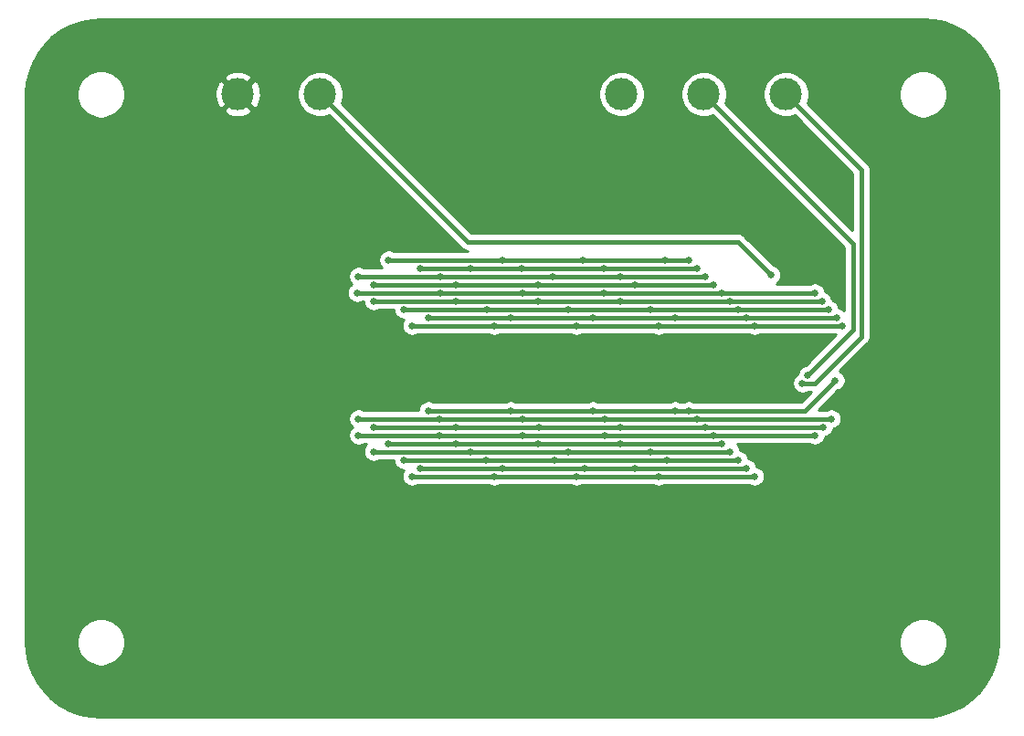
<source format=gbr>
%TF.GenerationSoftware,KiCad,Pcbnew,5.1.8+dfsg1-1+b1*%
%TF.CreationDate,2021-02-03T12:16:06-06:00*%
%TF.ProjectId,7seg-prototype,37736567-2d70-4726-9f74-6f747970652e,1.0.0*%
%TF.SameCoordinates,Original*%
%TF.FileFunction,Copper,L2,Bot*%
%TF.FilePolarity,Positive*%
%FSLAX46Y46*%
G04 Gerber Fmt 4.6, Leading zero omitted, Abs format (unit mm)*
G04 Created by KiCad (PCBNEW 5.1.8+dfsg1-1+b1) date 2021-02-03 12:16:06*
%MOMM*%
%LPD*%
G01*
G04 APERTURE LIST*
%TA.AperFunction,ComponentPad*%
%ADD10C,3.000000*%
%TD*%
%TA.AperFunction,ViaPad*%
%ADD11C,0.635000*%
%TD*%
%TA.AperFunction,Conductor*%
%ADD12C,0.381000*%
%TD*%
%TA.AperFunction,Conductor*%
%ADD13C,0.254000*%
%TD*%
%TA.AperFunction,Conductor*%
%ADD14C,0.100000*%
%TD*%
G04 APERTURE END LIST*
D10*
%TO.P,J5,1*%
%TO.N,Net-(J5-Pad1)*%
X127000000Y-63500000D03*
%TD*%
%TO.P,J4,1*%
%TO.N,Net-(J4-Pad1)*%
X119380000Y-63500000D03*
%TD*%
%TO.P,J3,1*%
%TO.N,Net-(J3-Pad1)*%
X111760000Y-63500000D03*
%TD*%
%TO.P,J2,1*%
%TO.N,+VDC*%
X83820000Y-63500000D03*
%TD*%
%TO.P,J1,1*%
%TO.N,GND*%
X76200000Y-63500000D03*
%TD*%
D11*
%TO.N,/SEG0*%
X116713000Y-92837000D03*
%TO.N,/SEG8*%
X115189000Y-98933000D03*
X107569000Y-98933000D03*
X99949000Y-98933000D03*
%TO.N,/SEG0*%
X109093000Y-92837000D03*
X101473000Y-92837000D03*
%TO.N,/SEG7*%
X116713000Y-84201000D03*
X109093000Y-84201000D03*
%TO.N,/SEG8*%
X115189000Y-84963000D03*
X107569000Y-84963000D03*
X99949000Y-84963000D03*
%TO.N,+VDC*%
X125603000Y-80264000D03*
%TO.N,/SEG4*%
X87249000Y-81915000D03*
X94996000Y-81915000D03*
X110109000Y-81915000D03*
X102616000Y-81915000D03*
X90170000Y-95885000D03*
X104013000Y-95885000D03*
X96393000Y-95885000D03*
X111633000Y-95885000D03*
X121031000Y-95885000D03*
X121031000Y-81915000D03*
X129667000Y-81915000D03*
%TO.N,/SEG5*%
X88773000Y-82677000D03*
X96393000Y-82677000D03*
X111633000Y-82677000D03*
X104013000Y-82677000D03*
X106807000Y-96647000D03*
X114427000Y-96647000D03*
X97790000Y-96647000D03*
X88773000Y-96647000D03*
X121793000Y-96647000D03*
X121793000Y-82677000D03*
X130314700Y-82677000D03*
%TO.N,/SEG6*%
X91567000Y-83439000D03*
X99314000Y-83439000D03*
X106807000Y-83439000D03*
X114427000Y-83439000D03*
X91567000Y-97409000D03*
X99187000Y-97409000D03*
X105537000Y-97409000D03*
X115951000Y-97409000D03*
X122555000Y-97409000D03*
X122555000Y-83439000D03*
X130937000Y-83439000D03*
%TO.N,/SEG7*%
X93853000Y-84201000D03*
X101473000Y-84201000D03*
X93091000Y-98171000D03*
X113030000Y-98171000D03*
X108331000Y-98171000D03*
X123317000Y-98171000D03*
X123317000Y-84201000D03*
X131699000Y-84201000D03*
X100711000Y-98171000D03*
%TO.N,/SEG8*%
X92329000Y-84963000D03*
X92329000Y-98933000D03*
X124079000Y-98933000D03*
X124079000Y-84963000D03*
X132207000Y-84963000D03*
%TO.N,/SEG0*%
X90170000Y-78867000D03*
X100711000Y-78867000D03*
X115824000Y-78867000D03*
X108204000Y-78867000D03*
X93853000Y-92837000D03*
X117983000Y-78867000D03*
X117983000Y-92837000D03*
X131572000Y-90043000D03*
%TO.N,/SEG1*%
X93091000Y-79629000D03*
X97790000Y-79629000D03*
X110109000Y-79629000D03*
X102489000Y-79629000D03*
X87376000Y-93599000D03*
X94869000Y-93599000D03*
X102616000Y-93599000D03*
X110236000Y-93599000D03*
X118745000Y-93599000D03*
X118745000Y-79629000D03*
X131191000Y-93599000D03*
%TO.N,/SEG2*%
X87376000Y-80391000D03*
X94996000Y-80391000D03*
X111633000Y-80391000D03*
X105410000Y-80391000D03*
X88773000Y-94361000D03*
X96393000Y-94361000D03*
X104140000Y-94361000D03*
X111633000Y-94361000D03*
X119507000Y-94361000D03*
X119507000Y-80391000D03*
X130429000Y-94361000D03*
%TO.N,/SEG3*%
X88773000Y-81153000D03*
X96393000Y-81153000D03*
X113030000Y-81153000D03*
X104013000Y-81153000D03*
X102616000Y-95123000D03*
X87376000Y-95123000D03*
X94869000Y-95123000D03*
X110236000Y-95123000D03*
X120269000Y-95123000D03*
X120269000Y-81153000D03*
X129667000Y-95123000D03*
%TO.N,Net-(J4-Pad1)*%
X129032000Y-89535000D03*
%TO.N,Net-(J5-Pad1)*%
X128524000Y-90297000D03*
%TD*%
D12*
%TO.N,+VDC*%
X122555000Y-77216000D02*
X125603000Y-80264000D01*
X97536000Y-77216000D02*
X122555000Y-77216000D01*
X83820000Y-63500000D02*
X97536000Y-77216000D01*
%TO.N,/SEG4*%
X94996000Y-81915000D02*
X87249000Y-81915000D01*
X102616000Y-81915000D02*
X94996000Y-81915000D01*
X110109000Y-81915000D02*
X102616000Y-81915000D01*
X96393000Y-95885000D02*
X90170000Y-95885000D01*
X104013000Y-95885000D02*
X96393000Y-95885000D01*
X111633000Y-95885000D02*
X104013000Y-95885000D01*
X116840000Y-81915000D02*
X110109000Y-81915000D01*
X111633000Y-95885000D02*
X121031000Y-95885000D01*
X121031000Y-81915000D02*
X116840000Y-81915000D01*
X129667000Y-81915000D02*
X121031000Y-81915000D01*
%TO.N,/SEG5*%
X88773000Y-82677000D02*
X96393000Y-82677000D01*
X96393000Y-82677000D02*
X104013000Y-82677000D01*
X106807000Y-96647000D02*
X114427000Y-96647000D01*
X97790000Y-96647000D02*
X106807000Y-96647000D01*
X88773000Y-96647000D02*
X97790000Y-96647000D01*
X114427000Y-96647000D02*
X116459000Y-96647000D01*
X116459000Y-96647000D02*
X116840000Y-96647000D01*
X116840000Y-96647000D02*
X121793000Y-96647000D01*
X121793000Y-82677000D02*
X111379000Y-82677000D01*
X111379000Y-82677000D02*
X111633000Y-82677000D01*
X104013000Y-82677000D02*
X111379000Y-82677000D01*
X121793000Y-82677000D02*
X130314700Y-82677000D01*
%TO.N,/SEG6*%
X99314000Y-83439000D02*
X91567000Y-83439000D01*
X106807000Y-83439000D02*
X99314000Y-83439000D01*
X114427000Y-83439000D02*
X106807000Y-83439000D01*
X99187000Y-97409000D02*
X91567000Y-97409000D01*
X105537000Y-97409000D02*
X99187000Y-97409000D01*
X115951000Y-97409000D02*
X105537000Y-97409000D01*
X116840000Y-97409000D02*
X115951000Y-97409000D01*
X116840000Y-97409000D02*
X122555000Y-97409000D01*
X122555000Y-83439000D02*
X114427000Y-83439000D01*
X130937000Y-83439000D02*
X122555000Y-83439000D01*
%TO.N,/SEG7*%
X101473000Y-84201000D02*
X116840000Y-84201000D01*
X93853000Y-84201000D02*
X101473000Y-84201000D01*
X113030000Y-98171000D02*
X116840000Y-98171000D01*
X108331000Y-98171000D02*
X113030000Y-98171000D01*
X116840000Y-98171000D02*
X123317000Y-98171000D01*
X123317000Y-84201000D02*
X116713000Y-84201000D01*
X123317000Y-84201000D02*
X131699000Y-84201000D01*
X100711000Y-98171000D02*
X108331000Y-98171000D01*
X93091000Y-98171000D02*
X100711000Y-98171000D01*
%TO.N,/SEG8*%
X116205000Y-98933000D02*
X92329000Y-98933000D01*
X116840000Y-98933000D02*
X116205000Y-98933000D01*
X116840000Y-98933000D02*
X124079000Y-98933000D01*
X124079000Y-84963000D02*
X115189000Y-84963000D01*
X115189000Y-84963000D02*
X92329000Y-84963000D01*
X132207000Y-84963000D02*
X124079000Y-84963000D01*
%TO.N,/SEG0*%
X100711000Y-78867000D02*
X90170000Y-78867000D01*
X108204000Y-78867000D02*
X100711000Y-78867000D01*
X115824000Y-78867000D02*
X108204000Y-78867000D01*
X116840000Y-92837000D02*
X93853000Y-92837000D01*
X116840000Y-78867000D02*
X115824000Y-78867000D01*
X116840000Y-78867000D02*
X117983000Y-78867000D01*
X116840000Y-92837000D02*
X117983000Y-92837000D01*
X128778000Y-92837000D02*
X131572000Y-90043000D01*
X117983000Y-92837000D02*
X128778000Y-92837000D01*
%TO.N,/SEG1*%
X93091000Y-79629000D02*
X97790000Y-79629000D01*
X110109000Y-79629000D02*
X116840000Y-79629000D01*
X102489000Y-79629000D02*
X110109000Y-79629000D01*
X97790000Y-79629000D02*
X102489000Y-79629000D01*
X87376000Y-93599000D02*
X94869000Y-93599000D01*
X94869000Y-93599000D02*
X102616000Y-93599000D01*
X102616000Y-93599000D02*
X110236000Y-93599000D01*
X115443000Y-93599000D02*
X116815618Y-93599000D01*
X110236000Y-93599000D02*
X115443000Y-93599000D01*
X115443000Y-93599000D02*
X116840000Y-93599000D01*
X116840000Y-93599000D02*
X118745000Y-93599000D01*
X118745000Y-79629000D02*
X116840000Y-79629000D01*
X131191000Y-93599000D02*
X118745000Y-93599000D01*
%TO.N,/SEG2*%
X94996000Y-80391000D02*
X87376000Y-80391000D01*
X105410000Y-80391000D02*
X94996000Y-80391000D01*
X111633000Y-80391000D02*
X105410000Y-80391000D01*
X96393000Y-94361000D02*
X88773000Y-94361000D01*
X104140000Y-94361000D02*
X96393000Y-94361000D01*
X111633000Y-94361000D02*
X104140000Y-94361000D01*
X116840000Y-94361000D02*
X115316000Y-94361000D01*
X115316000Y-94361000D02*
X111633000Y-94361000D01*
X116840000Y-94361000D02*
X119507000Y-94361000D01*
X119507000Y-80391000D02*
X111633000Y-80391000D01*
X130429000Y-94361000D02*
X119507000Y-94361000D01*
%TO.N,/SEG3*%
X88773000Y-81153000D02*
X96393000Y-81153000D01*
X113030000Y-81153000D02*
X116840000Y-81153000D01*
X104013000Y-81153000D02*
X113030000Y-81153000D01*
X96393000Y-81153000D02*
X104013000Y-81153000D01*
X94869000Y-95123000D02*
X102616000Y-95123000D01*
X87376000Y-95123000D02*
X94869000Y-95123000D01*
X110236000Y-95123000D02*
X116840000Y-95123000D01*
X102616000Y-95123000D02*
X110236000Y-95123000D01*
X116840000Y-95123000D02*
X117196618Y-95123000D01*
X117196618Y-95123000D02*
X120269000Y-95123000D01*
X120269000Y-81153000D02*
X116840000Y-81153000D01*
X129667000Y-95123000D02*
X120269000Y-95123000D01*
%TO.N,Net-(J4-Pad1)*%
X119380000Y-63500000D02*
X133223000Y-77343000D01*
X129032000Y-89535000D02*
X133223000Y-85344000D01*
X133223000Y-77343000D02*
X133223000Y-85344000D01*
%TO.N,Net-(J5-Pad1)*%
X133985000Y-85979000D02*
X133985000Y-70485000D01*
X129667000Y-90297000D02*
X133985000Y-85979000D01*
X133985000Y-70485000D02*
X127000000Y-63500000D01*
X128524000Y-90297000D02*
X129667000Y-90297000D01*
%TD*%
D13*
%TO.N,GND*%
X140704470Y-56614617D02*
X141687898Y-56831739D01*
X142629675Y-57188546D01*
X143510095Y-57677575D01*
X144310687Y-58288569D01*
X145014694Y-59008732D01*
X145607370Y-59822987D01*
X146076296Y-60714269D01*
X146411647Y-61663900D01*
X146607127Y-62655692D01*
X146660000Y-63520164D01*
X146660001Y-114276080D01*
X146585382Y-115304470D01*
X146368262Y-116287896D01*
X146011454Y-117229675D01*
X145522424Y-118110095D01*
X144911435Y-118910684D01*
X144191268Y-119614694D01*
X143377013Y-120207370D01*
X142485731Y-120676296D01*
X141536099Y-121011647D01*
X140544309Y-121207127D01*
X139679835Y-121260000D01*
X63523906Y-121260000D01*
X62495530Y-121185382D01*
X61512104Y-120968262D01*
X60570325Y-120611454D01*
X59689905Y-120122424D01*
X58889316Y-119511435D01*
X58185306Y-118791268D01*
X57592630Y-117977013D01*
X57123704Y-117085731D01*
X56788353Y-116136099D01*
X56592873Y-115144309D01*
X56540000Y-114279835D01*
X56540000Y-114079872D01*
X61265000Y-114079872D01*
X61265000Y-114520128D01*
X61350890Y-114951925D01*
X61519369Y-115358669D01*
X61763962Y-115724729D01*
X62075271Y-116036038D01*
X62441331Y-116280631D01*
X62848075Y-116449110D01*
X63279872Y-116535000D01*
X63720128Y-116535000D01*
X64151925Y-116449110D01*
X64558669Y-116280631D01*
X64924729Y-116036038D01*
X65236038Y-115724729D01*
X65480631Y-115358669D01*
X65649110Y-114951925D01*
X65735000Y-114520128D01*
X65735000Y-114079872D01*
X137465000Y-114079872D01*
X137465000Y-114520128D01*
X137550890Y-114951925D01*
X137719369Y-115358669D01*
X137963962Y-115724729D01*
X138275271Y-116036038D01*
X138641331Y-116280631D01*
X139048075Y-116449110D01*
X139479872Y-116535000D01*
X139920128Y-116535000D01*
X140351925Y-116449110D01*
X140758669Y-116280631D01*
X141124729Y-116036038D01*
X141436038Y-115724729D01*
X141680631Y-115358669D01*
X141849110Y-114951925D01*
X141935000Y-114520128D01*
X141935000Y-114079872D01*
X141849110Y-113648075D01*
X141680631Y-113241331D01*
X141436038Y-112875271D01*
X141124729Y-112563962D01*
X140758669Y-112319369D01*
X140351925Y-112150890D01*
X139920128Y-112065000D01*
X139479872Y-112065000D01*
X139048075Y-112150890D01*
X138641331Y-112319369D01*
X138275271Y-112563962D01*
X137963962Y-112875271D01*
X137719369Y-113241331D01*
X137550890Y-113648075D01*
X137465000Y-114079872D01*
X65735000Y-114079872D01*
X65649110Y-113648075D01*
X65480631Y-113241331D01*
X65236038Y-112875271D01*
X64924729Y-112563962D01*
X64558669Y-112319369D01*
X64151925Y-112150890D01*
X63720128Y-112065000D01*
X63279872Y-112065000D01*
X62848075Y-112150890D01*
X62441331Y-112319369D01*
X62075271Y-112563962D01*
X61763962Y-112875271D01*
X61519369Y-113241331D01*
X61350890Y-113648075D01*
X61265000Y-114079872D01*
X56540000Y-114079872D01*
X56540000Y-63523920D01*
X56557707Y-63279872D01*
X61265000Y-63279872D01*
X61265000Y-63720128D01*
X61350890Y-64151925D01*
X61519369Y-64558669D01*
X61763962Y-64924729D01*
X62075271Y-65236038D01*
X62441331Y-65480631D01*
X62848075Y-65649110D01*
X63279872Y-65735000D01*
X63720128Y-65735000D01*
X64151925Y-65649110D01*
X64558669Y-65480631D01*
X64924729Y-65236038D01*
X65169114Y-64991653D01*
X74887952Y-64991653D01*
X75043962Y-65307214D01*
X75418745Y-65498020D01*
X75823551Y-65612044D01*
X76242824Y-65644902D01*
X76660451Y-65595334D01*
X77060383Y-65465243D01*
X77356038Y-65307214D01*
X77512048Y-64991653D01*
X76200000Y-63679605D01*
X74887952Y-64991653D01*
X65169114Y-64991653D01*
X65236038Y-64924729D01*
X65480631Y-64558669D01*
X65649110Y-64151925D01*
X65735000Y-63720128D01*
X65735000Y-63542824D01*
X74055098Y-63542824D01*
X74104666Y-63960451D01*
X74234757Y-64360383D01*
X74392786Y-64656038D01*
X74708347Y-64812048D01*
X76020395Y-63500000D01*
X76379605Y-63500000D01*
X77691653Y-64812048D01*
X78007214Y-64656038D01*
X78198020Y-64281255D01*
X78312044Y-63876449D01*
X78344902Y-63457176D01*
X78325027Y-63289721D01*
X81685000Y-63289721D01*
X81685000Y-63710279D01*
X81767047Y-64122756D01*
X81927988Y-64511302D01*
X82161637Y-64860983D01*
X82459017Y-65158363D01*
X82808698Y-65392012D01*
X83197244Y-65552953D01*
X83609721Y-65635000D01*
X84030279Y-65635000D01*
X84442756Y-65552953D01*
X84628559Y-65475991D01*
X96923607Y-77771040D01*
X96949459Y-77802541D01*
X97013596Y-77855177D01*
X97075157Y-77905699D01*
X97091623Y-77914500D01*
X97218566Y-77982353D01*
X97374174Y-78029556D01*
X97495447Y-78041500D01*
X90649007Y-78041500D01*
X90621178Y-78022905D01*
X90447834Y-77951104D01*
X90263813Y-77914500D01*
X90076187Y-77914500D01*
X89892166Y-77951104D01*
X89718822Y-78022905D01*
X89562816Y-78127145D01*
X89430145Y-78259816D01*
X89325905Y-78415822D01*
X89254104Y-78589166D01*
X89217500Y-78773187D01*
X89217500Y-78960813D01*
X89254104Y-79144834D01*
X89325905Y-79318178D01*
X89430145Y-79474184D01*
X89521461Y-79565500D01*
X87855007Y-79565500D01*
X87827178Y-79546905D01*
X87653834Y-79475104D01*
X87469813Y-79438500D01*
X87282187Y-79438500D01*
X87098166Y-79475104D01*
X86924822Y-79546905D01*
X86768816Y-79651145D01*
X86636145Y-79783816D01*
X86531905Y-79939822D01*
X86460104Y-80113166D01*
X86423500Y-80297187D01*
X86423500Y-80484813D01*
X86460104Y-80668834D01*
X86531905Y-80842178D01*
X86636145Y-80998184D01*
X86744497Y-81106536D01*
X86641816Y-81175145D01*
X86509145Y-81307816D01*
X86404905Y-81463822D01*
X86333104Y-81637166D01*
X86296500Y-81821187D01*
X86296500Y-82008813D01*
X86333104Y-82192834D01*
X86404905Y-82366178D01*
X86509145Y-82522184D01*
X86641816Y-82654855D01*
X86797822Y-82759095D01*
X86971166Y-82830896D01*
X87155187Y-82867500D01*
X87342813Y-82867500D01*
X87526834Y-82830896D01*
X87700178Y-82759095D01*
X87728007Y-82740500D01*
X87820500Y-82740500D01*
X87820500Y-82770813D01*
X87857104Y-82954834D01*
X87928905Y-83128178D01*
X88033145Y-83284184D01*
X88165816Y-83416855D01*
X88321822Y-83521095D01*
X88495166Y-83592896D01*
X88679187Y-83629500D01*
X88866813Y-83629500D01*
X89050834Y-83592896D01*
X89224178Y-83521095D01*
X89252007Y-83502500D01*
X90614500Y-83502500D01*
X90614500Y-83532813D01*
X90651104Y-83716834D01*
X90722905Y-83890178D01*
X90827145Y-84046184D01*
X90959816Y-84178855D01*
X91115822Y-84283095D01*
X91289166Y-84354896D01*
X91473187Y-84391500D01*
X91565302Y-84391500D01*
X91484905Y-84511822D01*
X91413104Y-84685166D01*
X91376500Y-84869187D01*
X91376500Y-85056813D01*
X91413104Y-85240834D01*
X91484905Y-85414178D01*
X91589145Y-85570184D01*
X91721816Y-85702855D01*
X91877822Y-85807095D01*
X92051166Y-85878896D01*
X92235187Y-85915500D01*
X92422813Y-85915500D01*
X92606834Y-85878896D01*
X92780178Y-85807095D01*
X92808007Y-85788500D01*
X99469993Y-85788500D01*
X99497822Y-85807095D01*
X99671166Y-85878896D01*
X99855187Y-85915500D01*
X100042813Y-85915500D01*
X100226834Y-85878896D01*
X100400178Y-85807095D01*
X100428007Y-85788500D01*
X107089993Y-85788500D01*
X107117822Y-85807095D01*
X107291166Y-85878896D01*
X107475187Y-85915500D01*
X107662813Y-85915500D01*
X107846834Y-85878896D01*
X108020178Y-85807095D01*
X108048007Y-85788500D01*
X114709993Y-85788500D01*
X114737822Y-85807095D01*
X114911166Y-85878896D01*
X115095187Y-85915500D01*
X115282813Y-85915500D01*
X115466834Y-85878896D01*
X115640178Y-85807095D01*
X115668007Y-85788500D01*
X123599993Y-85788500D01*
X123627822Y-85807095D01*
X123801166Y-85878896D01*
X123985187Y-85915500D01*
X124172813Y-85915500D01*
X124356834Y-85878896D01*
X124530178Y-85807095D01*
X124558007Y-85788500D01*
X131611067Y-85788500D01*
X128786994Y-88612574D01*
X128754166Y-88619104D01*
X128580822Y-88690905D01*
X128424816Y-88795145D01*
X128292145Y-88927816D01*
X128187905Y-89083822D01*
X128116104Y-89257166D01*
X128079500Y-89441187D01*
X128079500Y-89450139D01*
X128072822Y-89452905D01*
X127916816Y-89557145D01*
X127784145Y-89689816D01*
X127679905Y-89845822D01*
X127608104Y-90019166D01*
X127571500Y-90203187D01*
X127571500Y-90390813D01*
X127608104Y-90574834D01*
X127679905Y-90748178D01*
X127784145Y-90904184D01*
X127916816Y-91036855D01*
X128072822Y-91141095D01*
X128246166Y-91212896D01*
X128430187Y-91249500D01*
X128617813Y-91249500D01*
X128801834Y-91212896D01*
X128975178Y-91141095D01*
X129003007Y-91122500D01*
X129325067Y-91122500D01*
X128436068Y-92011500D01*
X118462007Y-92011500D01*
X118434178Y-91992905D01*
X118260834Y-91921104D01*
X118076813Y-91884500D01*
X117889187Y-91884500D01*
X117705166Y-91921104D01*
X117531822Y-91992905D01*
X117503993Y-92011500D01*
X117192007Y-92011500D01*
X117164178Y-91992905D01*
X116990834Y-91921104D01*
X116806813Y-91884500D01*
X116619187Y-91884500D01*
X116435166Y-91921104D01*
X116261822Y-91992905D01*
X116233993Y-92011500D01*
X109572007Y-92011500D01*
X109544178Y-91992905D01*
X109370834Y-91921104D01*
X109186813Y-91884500D01*
X108999187Y-91884500D01*
X108815166Y-91921104D01*
X108641822Y-91992905D01*
X108613993Y-92011500D01*
X101952007Y-92011500D01*
X101924178Y-91992905D01*
X101750834Y-91921104D01*
X101566813Y-91884500D01*
X101379187Y-91884500D01*
X101195166Y-91921104D01*
X101021822Y-91992905D01*
X100993993Y-92011500D01*
X94332007Y-92011500D01*
X94304178Y-91992905D01*
X94130834Y-91921104D01*
X93946813Y-91884500D01*
X93759187Y-91884500D01*
X93575166Y-91921104D01*
X93401822Y-91992905D01*
X93245816Y-92097145D01*
X93113145Y-92229816D01*
X93008905Y-92385822D01*
X92937104Y-92559166D01*
X92900500Y-92743187D01*
X92900500Y-92773500D01*
X87855007Y-92773500D01*
X87827178Y-92754905D01*
X87653834Y-92683104D01*
X87469813Y-92646500D01*
X87282187Y-92646500D01*
X87098166Y-92683104D01*
X86924822Y-92754905D01*
X86768816Y-92859145D01*
X86636145Y-92991816D01*
X86531905Y-93147822D01*
X86460104Y-93321166D01*
X86423500Y-93505187D01*
X86423500Y-93692813D01*
X86460104Y-93876834D01*
X86531905Y-94050178D01*
X86636145Y-94206184D01*
X86768816Y-94338855D01*
X86801958Y-94361000D01*
X86768816Y-94383145D01*
X86636145Y-94515816D01*
X86531905Y-94671822D01*
X86460104Y-94845166D01*
X86423500Y-95029187D01*
X86423500Y-95216813D01*
X86460104Y-95400834D01*
X86531905Y-95574178D01*
X86636145Y-95730184D01*
X86768816Y-95862855D01*
X86924822Y-95967095D01*
X87098166Y-96038896D01*
X87282187Y-96075500D01*
X87469813Y-96075500D01*
X87653834Y-96038896D01*
X87827178Y-95967095D01*
X87855007Y-95948500D01*
X88124461Y-95948500D01*
X88033145Y-96039816D01*
X87928905Y-96195822D01*
X87857104Y-96369166D01*
X87820500Y-96553187D01*
X87820500Y-96740813D01*
X87857104Y-96924834D01*
X87928905Y-97098178D01*
X88033145Y-97254184D01*
X88165816Y-97386855D01*
X88321822Y-97491095D01*
X88495166Y-97562896D01*
X88679187Y-97599500D01*
X88866813Y-97599500D01*
X89050834Y-97562896D01*
X89224178Y-97491095D01*
X89252007Y-97472500D01*
X90614500Y-97472500D01*
X90614500Y-97502813D01*
X90651104Y-97686834D01*
X90722905Y-97860178D01*
X90827145Y-98016184D01*
X90959816Y-98148855D01*
X91115822Y-98253095D01*
X91289166Y-98324896D01*
X91473187Y-98361500D01*
X91565302Y-98361500D01*
X91484905Y-98481822D01*
X91413104Y-98655166D01*
X91376500Y-98839187D01*
X91376500Y-99026813D01*
X91413104Y-99210834D01*
X91484905Y-99384178D01*
X91589145Y-99540184D01*
X91721816Y-99672855D01*
X91877822Y-99777095D01*
X92051166Y-99848896D01*
X92235187Y-99885500D01*
X92422813Y-99885500D01*
X92606834Y-99848896D01*
X92780178Y-99777095D01*
X92808007Y-99758500D01*
X99469993Y-99758500D01*
X99497822Y-99777095D01*
X99671166Y-99848896D01*
X99855187Y-99885500D01*
X100042813Y-99885500D01*
X100226834Y-99848896D01*
X100400178Y-99777095D01*
X100428007Y-99758500D01*
X107089993Y-99758500D01*
X107117822Y-99777095D01*
X107291166Y-99848896D01*
X107475187Y-99885500D01*
X107662813Y-99885500D01*
X107846834Y-99848896D01*
X108020178Y-99777095D01*
X108048007Y-99758500D01*
X114709993Y-99758500D01*
X114737822Y-99777095D01*
X114911166Y-99848896D01*
X115095187Y-99885500D01*
X115282813Y-99885500D01*
X115466834Y-99848896D01*
X115640178Y-99777095D01*
X115668007Y-99758500D01*
X123599993Y-99758500D01*
X123627822Y-99777095D01*
X123801166Y-99848896D01*
X123985187Y-99885500D01*
X124172813Y-99885500D01*
X124356834Y-99848896D01*
X124530178Y-99777095D01*
X124686184Y-99672855D01*
X124818855Y-99540184D01*
X124923095Y-99384178D01*
X124994896Y-99210834D01*
X125031500Y-99026813D01*
X125031500Y-98839187D01*
X124994896Y-98655166D01*
X124923095Y-98481822D01*
X124818855Y-98325816D01*
X124686184Y-98193145D01*
X124530178Y-98088905D01*
X124356834Y-98017104D01*
X124253459Y-97996541D01*
X124232896Y-97893166D01*
X124161095Y-97719822D01*
X124056855Y-97563816D01*
X123924184Y-97431145D01*
X123768178Y-97326905D01*
X123594834Y-97255104D01*
X123491459Y-97234541D01*
X123470896Y-97131166D01*
X123399095Y-96957822D01*
X123294855Y-96801816D01*
X123162184Y-96669145D01*
X123006178Y-96564905D01*
X122832834Y-96493104D01*
X122729459Y-96472541D01*
X122708896Y-96369166D01*
X122637095Y-96195822D01*
X122532855Y-96039816D01*
X122441539Y-95948500D01*
X129187993Y-95948500D01*
X129215822Y-95967095D01*
X129389166Y-96038896D01*
X129573187Y-96075500D01*
X129760813Y-96075500D01*
X129944834Y-96038896D01*
X130118178Y-95967095D01*
X130274184Y-95862855D01*
X130406855Y-95730184D01*
X130511095Y-95574178D01*
X130582896Y-95400834D01*
X130603459Y-95297459D01*
X130706834Y-95276896D01*
X130880178Y-95205095D01*
X131036184Y-95100855D01*
X131168855Y-94968184D01*
X131273095Y-94812178D01*
X131344896Y-94638834D01*
X131365459Y-94535459D01*
X131468834Y-94514896D01*
X131642178Y-94443095D01*
X131798184Y-94338855D01*
X131930855Y-94206184D01*
X132035095Y-94050178D01*
X132106896Y-93876834D01*
X132143500Y-93692813D01*
X132143500Y-93505187D01*
X132106896Y-93321166D01*
X132035095Y-93147822D01*
X131930855Y-92991816D01*
X131798184Y-92859145D01*
X131642178Y-92754905D01*
X131468834Y-92683104D01*
X131284813Y-92646500D01*
X131097187Y-92646500D01*
X130913166Y-92683104D01*
X130739822Y-92754905D01*
X130711993Y-92773500D01*
X130008932Y-92773500D01*
X131817008Y-90965425D01*
X131849834Y-90958896D01*
X132023178Y-90887095D01*
X132179184Y-90782855D01*
X132311855Y-90650184D01*
X132416095Y-90494178D01*
X132487896Y-90320834D01*
X132524500Y-90136813D01*
X132524500Y-89949187D01*
X132487896Y-89765166D01*
X132416095Y-89591822D01*
X132311855Y-89435816D01*
X132179184Y-89303145D01*
X132023178Y-89198905D01*
X131959078Y-89172354D01*
X134540041Y-86591392D01*
X134571541Y-86565541D01*
X134624177Y-86501404D01*
X134674699Y-86439843D01*
X134751353Y-86296434D01*
X134788646Y-86173494D01*
X134798556Y-86140826D01*
X134810500Y-86019553D01*
X134810500Y-86019551D01*
X134814494Y-85979001D01*
X134810500Y-85938450D01*
X134810500Y-70525550D01*
X134814494Y-70485000D01*
X134810500Y-70444447D01*
X134798556Y-70323174D01*
X134751353Y-70167566D01*
X134674699Y-70024157D01*
X134597392Y-69929958D01*
X134597389Y-69929955D01*
X134571541Y-69898459D01*
X134540045Y-69872611D01*
X128975991Y-64308559D01*
X129052953Y-64122756D01*
X129135000Y-63710279D01*
X129135000Y-63289721D01*
X129133041Y-63279872D01*
X137465000Y-63279872D01*
X137465000Y-63720128D01*
X137550890Y-64151925D01*
X137719369Y-64558669D01*
X137963962Y-64924729D01*
X138275271Y-65236038D01*
X138641331Y-65480631D01*
X139048075Y-65649110D01*
X139479872Y-65735000D01*
X139920128Y-65735000D01*
X140351925Y-65649110D01*
X140758669Y-65480631D01*
X141124729Y-65236038D01*
X141436038Y-64924729D01*
X141680631Y-64558669D01*
X141849110Y-64151925D01*
X141935000Y-63720128D01*
X141935000Y-63279872D01*
X141849110Y-62848075D01*
X141680631Y-62441331D01*
X141436038Y-62075271D01*
X141124729Y-61763962D01*
X140758669Y-61519369D01*
X140351925Y-61350890D01*
X139920128Y-61265000D01*
X139479872Y-61265000D01*
X139048075Y-61350890D01*
X138641331Y-61519369D01*
X138275271Y-61763962D01*
X137963962Y-62075271D01*
X137719369Y-62441331D01*
X137550890Y-62848075D01*
X137465000Y-63279872D01*
X129133041Y-63279872D01*
X129052953Y-62877244D01*
X128892012Y-62488698D01*
X128658363Y-62139017D01*
X128360983Y-61841637D01*
X128011302Y-61607988D01*
X127622756Y-61447047D01*
X127210279Y-61365000D01*
X126789721Y-61365000D01*
X126377244Y-61447047D01*
X125988698Y-61607988D01*
X125639017Y-61841637D01*
X125341637Y-62139017D01*
X125107988Y-62488698D01*
X124947047Y-62877244D01*
X124865000Y-63289721D01*
X124865000Y-63710279D01*
X124947047Y-64122756D01*
X125107988Y-64511302D01*
X125341637Y-64860983D01*
X125639017Y-65158363D01*
X125988698Y-65392012D01*
X126377244Y-65552953D01*
X126789721Y-65635000D01*
X127210279Y-65635000D01*
X127622756Y-65552953D01*
X127808559Y-65475991D01*
X133159501Y-70826935D01*
X133159501Y-76112068D01*
X121355991Y-64308559D01*
X121432953Y-64122756D01*
X121515000Y-63710279D01*
X121515000Y-63289721D01*
X121432953Y-62877244D01*
X121272012Y-62488698D01*
X121038363Y-62139017D01*
X120740983Y-61841637D01*
X120391302Y-61607988D01*
X120002756Y-61447047D01*
X119590279Y-61365000D01*
X119169721Y-61365000D01*
X118757244Y-61447047D01*
X118368698Y-61607988D01*
X118019017Y-61841637D01*
X117721637Y-62139017D01*
X117487988Y-62488698D01*
X117327047Y-62877244D01*
X117245000Y-63289721D01*
X117245000Y-63710279D01*
X117327047Y-64122756D01*
X117487988Y-64511302D01*
X117721637Y-64860983D01*
X118019017Y-65158363D01*
X118368698Y-65392012D01*
X118757244Y-65552953D01*
X119169721Y-65635000D01*
X119590279Y-65635000D01*
X120002756Y-65552953D01*
X120188559Y-65475991D01*
X132397500Y-77684933D01*
X132397501Y-83552462D01*
X132306184Y-83461145D01*
X132150178Y-83356905D01*
X131976834Y-83285104D01*
X131873459Y-83264541D01*
X131852896Y-83161166D01*
X131781095Y-82987822D01*
X131676855Y-82831816D01*
X131544184Y-82699145D01*
X131388178Y-82594905D01*
X131258878Y-82541347D01*
X131230596Y-82399166D01*
X131158795Y-82225822D01*
X131054555Y-82069816D01*
X130921884Y-81937145D01*
X130765878Y-81832905D01*
X130608897Y-81767882D01*
X130582896Y-81637166D01*
X130511095Y-81463822D01*
X130406855Y-81307816D01*
X130274184Y-81175145D01*
X130118178Y-81070905D01*
X129944834Y-80999104D01*
X129760813Y-80962500D01*
X129573187Y-80962500D01*
X129389166Y-80999104D01*
X129215822Y-81070905D01*
X129187993Y-81089500D01*
X126082007Y-81089500D01*
X126210184Y-81003855D01*
X126342855Y-80871184D01*
X126447095Y-80715178D01*
X126518896Y-80541834D01*
X126555500Y-80357813D01*
X126555500Y-80170187D01*
X126518896Y-79986166D01*
X126447095Y-79812822D01*
X126342855Y-79656816D01*
X126210184Y-79524145D01*
X126054178Y-79419905D01*
X125880834Y-79348104D01*
X125848007Y-79341574D01*
X123167398Y-76660966D01*
X123141541Y-76629459D01*
X123015842Y-76526301D01*
X122872434Y-76449647D01*
X122716826Y-76402444D01*
X122595553Y-76390500D01*
X122595550Y-76390500D01*
X122555000Y-76386506D01*
X122514450Y-76390500D01*
X97877933Y-76390500D01*
X85795991Y-64308559D01*
X85872953Y-64122756D01*
X85955000Y-63710279D01*
X85955000Y-63289721D01*
X109625000Y-63289721D01*
X109625000Y-63710279D01*
X109707047Y-64122756D01*
X109867988Y-64511302D01*
X110101637Y-64860983D01*
X110399017Y-65158363D01*
X110748698Y-65392012D01*
X111137244Y-65552953D01*
X111549721Y-65635000D01*
X111970279Y-65635000D01*
X112382756Y-65552953D01*
X112771302Y-65392012D01*
X113120983Y-65158363D01*
X113418363Y-64860983D01*
X113652012Y-64511302D01*
X113812953Y-64122756D01*
X113895000Y-63710279D01*
X113895000Y-63289721D01*
X113812953Y-62877244D01*
X113652012Y-62488698D01*
X113418363Y-62139017D01*
X113120983Y-61841637D01*
X112771302Y-61607988D01*
X112382756Y-61447047D01*
X111970279Y-61365000D01*
X111549721Y-61365000D01*
X111137244Y-61447047D01*
X110748698Y-61607988D01*
X110399017Y-61841637D01*
X110101637Y-62139017D01*
X109867988Y-62488698D01*
X109707047Y-62877244D01*
X109625000Y-63289721D01*
X85955000Y-63289721D01*
X85872953Y-62877244D01*
X85712012Y-62488698D01*
X85478363Y-62139017D01*
X85180983Y-61841637D01*
X84831302Y-61607988D01*
X84442756Y-61447047D01*
X84030279Y-61365000D01*
X83609721Y-61365000D01*
X83197244Y-61447047D01*
X82808698Y-61607988D01*
X82459017Y-61841637D01*
X82161637Y-62139017D01*
X81927988Y-62488698D01*
X81767047Y-62877244D01*
X81685000Y-63289721D01*
X78325027Y-63289721D01*
X78295334Y-63039549D01*
X78165243Y-62639617D01*
X78007214Y-62343962D01*
X77691653Y-62187952D01*
X76379605Y-63500000D01*
X76020395Y-63500000D01*
X74708347Y-62187952D01*
X74392786Y-62343962D01*
X74201980Y-62718745D01*
X74087956Y-63123551D01*
X74055098Y-63542824D01*
X65735000Y-63542824D01*
X65735000Y-63279872D01*
X65649110Y-62848075D01*
X65480631Y-62441331D01*
X65236038Y-62075271D01*
X65169114Y-62008347D01*
X74887952Y-62008347D01*
X76200000Y-63320395D01*
X77512048Y-62008347D01*
X77356038Y-61692786D01*
X76981255Y-61501980D01*
X76576449Y-61387956D01*
X76157176Y-61355098D01*
X75739549Y-61404666D01*
X75339617Y-61534757D01*
X75043962Y-61692786D01*
X74887952Y-62008347D01*
X65169114Y-62008347D01*
X64924729Y-61763962D01*
X64558669Y-61519369D01*
X64151925Y-61350890D01*
X63720128Y-61265000D01*
X63279872Y-61265000D01*
X62848075Y-61350890D01*
X62441331Y-61519369D01*
X62075271Y-61763962D01*
X61763962Y-62075271D01*
X61519369Y-62441331D01*
X61350890Y-62848075D01*
X61265000Y-63279872D01*
X56557707Y-63279872D01*
X56614617Y-62495530D01*
X56831739Y-61512102D01*
X57188546Y-60570325D01*
X57677575Y-59689905D01*
X58288569Y-58889313D01*
X59008732Y-58185306D01*
X59822987Y-57592630D01*
X60714269Y-57123704D01*
X61663900Y-56788353D01*
X62655692Y-56592873D01*
X63520164Y-56540000D01*
X139676080Y-56540000D01*
X140704470Y-56614617D01*
%TA.AperFunction,Conductor*%
D14*
G36*
X140704470Y-56614617D02*
G01*
X141687898Y-56831739D01*
X142629675Y-57188546D01*
X143510095Y-57677575D01*
X144310687Y-58288569D01*
X145014694Y-59008732D01*
X145607370Y-59822987D01*
X146076296Y-60714269D01*
X146411647Y-61663900D01*
X146607127Y-62655692D01*
X146660000Y-63520164D01*
X146660001Y-114276080D01*
X146585382Y-115304470D01*
X146368262Y-116287896D01*
X146011454Y-117229675D01*
X145522424Y-118110095D01*
X144911435Y-118910684D01*
X144191268Y-119614694D01*
X143377013Y-120207370D01*
X142485731Y-120676296D01*
X141536099Y-121011647D01*
X140544309Y-121207127D01*
X139679835Y-121260000D01*
X63523906Y-121260000D01*
X62495530Y-121185382D01*
X61512104Y-120968262D01*
X60570325Y-120611454D01*
X59689905Y-120122424D01*
X58889316Y-119511435D01*
X58185306Y-118791268D01*
X57592630Y-117977013D01*
X57123704Y-117085731D01*
X56788353Y-116136099D01*
X56592873Y-115144309D01*
X56540000Y-114279835D01*
X56540000Y-114079872D01*
X61265000Y-114079872D01*
X61265000Y-114520128D01*
X61350890Y-114951925D01*
X61519369Y-115358669D01*
X61763962Y-115724729D01*
X62075271Y-116036038D01*
X62441331Y-116280631D01*
X62848075Y-116449110D01*
X63279872Y-116535000D01*
X63720128Y-116535000D01*
X64151925Y-116449110D01*
X64558669Y-116280631D01*
X64924729Y-116036038D01*
X65236038Y-115724729D01*
X65480631Y-115358669D01*
X65649110Y-114951925D01*
X65735000Y-114520128D01*
X65735000Y-114079872D01*
X137465000Y-114079872D01*
X137465000Y-114520128D01*
X137550890Y-114951925D01*
X137719369Y-115358669D01*
X137963962Y-115724729D01*
X138275271Y-116036038D01*
X138641331Y-116280631D01*
X139048075Y-116449110D01*
X139479872Y-116535000D01*
X139920128Y-116535000D01*
X140351925Y-116449110D01*
X140758669Y-116280631D01*
X141124729Y-116036038D01*
X141436038Y-115724729D01*
X141680631Y-115358669D01*
X141849110Y-114951925D01*
X141935000Y-114520128D01*
X141935000Y-114079872D01*
X141849110Y-113648075D01*
X141680631Y-113241331D01*
X141436038Y-112875271D01*
X141124729Y-112563962D01*
X140758669Y-112319369D01*
X140351925Y-112150890D01*
X139920128Y-112065000D01*
X139479872Y-112065000D01*
X139048075Y-112150890D01*
X138641331Y-112319369D01*
X138275271Y-112563962D01*
X137963962Y-112875271D01*
X137719369Y-113241331D01*
X137550890Y-113648075D01*
X137465000Y-114079872D01*
X65735000Y-114079872D01*
X65649110Y-113648075D01*
X65480631Y-113241331D01*
X65236038Y-112875271D01*
X64924729Y-112563962D01*
X64558669Y-112319369D01*
X64151925Y-112150890D01*
X63720128Y-112065000D01*
X63279872Y-112065000D01*
X62848075Y-112150890D01*
X62441331Y-112319369D01*
X62075271Y-112563962D01*
X61763962Y-112875271D01*
X61519369Y-113241331D01*
X61350890Y-113648075D01*
X61265000Y-114079872D01*
X56540000Y-114079872D01*
X56540000Y-63523920D01*
X56557707Y-63279872D01*
X61265000Y-63279872D01*
X61265000Y-63720128D01*
X61350890Y-64151925D01*
X61519369Y-64558669D01*
X61763962Y-64924729D01*
X62075271Y-65236038D01*
X62441331Y-65480631D01*
X62848075Y-65649110D01*
X63279872Y-65735000D01*
X63720128Y-65735000D01*
X64151925Y-65649110D01*
X64558669Y-65480631D01*
X64924729Y-65236038D01*
X65169114Y-64991653D01*
X74887952Y-64991653D01*
X75043962Y-65307214D01*
X75418745Y-65498020D01*
X75823551Y-65612044D01*
X76242824Y-65644902D01*
X76660451Y-65595334D01*
X77060383Y-65465243D01*
X77356038Y-65307214D01*
X77512048Y-64991653D01*
X76200000Y-63679605D01*
X74887952Y-64991653D01*
X65169114Y-64991653D01*
X65236038Y-64924729D01*
X65480631Y-64558669D01*
X65649110Y-64151925D01*
X65735000Y-63720128D01*
X65735000Y-63542824D01*
X74055098Y-63542824D01*
X74104666Y-63960451D01*
X74234757Y-64360383D01*
X74392786Y-64656038D01*
X74708347Y-64812048D01*
X76020395Y-63500000D01*
X76379605Y-63500000D01*
X77691653Y-64812048D01*
X78007214Y-64656038D01*
X78198020Y-64281255D01*
X78312044Y-63876449D01*
X78344902Y-63457176D01*
X78325027Y-63289721D01*
X81685000Y-63289721D01*
X81685000Y-63710279D01*
X81767047Y-64122756D01*
X81927988Y-64511302D01*
X82161637Y-64860983D01*
X82459017Y-65158363D01*
X82808698Y-65392012D01*
X83197244Y-65552953D01*
X83609721Y-65635000D01*
X84030279Y-65635000D01*
X84442756Y-65552953D01*
X84628559Y-65475991D01*
X96923607Y-77771040D01*
X96949459Y-77802541D01*
X97013596Y-77855177D01*
X97075157Y-77905699D01*
X97091623Y-77914500D01*
X97218566Y-77982353D01*
X97374174Y-78029556D01*
X97495447Y-78041500D01*
X90649007Y-78041500D01*
X90621178Y-78022905D01*
X90447834Y-77951104D01*
X90263813Y-77914500D01*
X90076187Y-77914500D01*
X89892166Y-77951104D01*
X89718822Y-78022905D01*
X89562816Y-78127145D01*
X89430145Y-78259816D01*
X89325905Y-78415822D01*
X89254104Y-78589166D01*
X89217500Y-78773187D01*
X89217500Y-78960813D01*
X89254104Y-79144834D01*
X89325905Y-79318178D01*
X89430145Y-79474184D01*
X89521461Y-79565500D01*
X87855007Y-79565500D01*
X87827178Y-79546905D01*
X87653834Y-79475104D01*
X87469813Y-79438500D01*
X87282187Y-79438500D01*
X87098166Y-79475104D01*
X86924822Y-79546905D01*
X86768816Y-79651145D01*
X86636145Y-79783816D01*
X86531905Y-79939822D01*
X86460104Y-80113166D01*
X86423500Y-80297187D01*
X86423500Y-80484813D01*
X86460104Y-80668834D01*
X86531905Y-80842178D01*
X86636145Y-80998184D01*
X86744497Y-81106536D01*
X86641816Y-81175145D01*
X86509145Y-81307816D01*
X86404905Y-81463822D01*
X86333104Y-81637166D01*
X86296500Y-81821187D01*
X86296500Y-82008813D01*
X86333104Y-82192834D01*
X86404905Y-82366178D01*
X86509145Y-82522184D01*
X86641816Y-82654855D01*
X86797822Y-82759095D01*
X86971166Y-82830896D01*
X87155187Y-82867500D01*
X87342813Y-82867500D01*
X87526834Y-82830896D01*
X87700178Y-82759095D01*
X87728007Y-82740500D01*
X87820500Y-82740500D01*
X87820500Y-82770813D01*
X87857104Y-82954834D01*
X87928905Y-83128178D01*
X88033145Y-83284184D01*
X88165816Y-83416855D01*
X88321822Y-83521095D01*
X88495166Y-83592896D01*
X88679187Y-83629500D01*
X88866813Y-83629500D01*
X89050834Y-83592896D01*
X89224178Y-83521095D01*
X89252007Y-83502500D01*
X90614500Y-83502500D01*
X90614500Y-83532813D01*
X90651104Y-83716834D01*
X90722905Y-83890178D01*
X90827145Y-84046184D01*
X90959816Y-84178855D01*
X91115822Y-84283095D01*
X91289166Y-84354896D01*
X91473187Y-84391500D01*
X91565302Y-84391500D01*
X91484905Y-84511822D01*
X91413104Y-84685166D01*
X91376500Y-84869187D01*
X91376500Y-85056813D01*
X91413104Y-85240834D01*
X91484905Y-85414178D01*
X91589145Y-85570184D01*
X91721816Y-85702855D01*
X91877822Y-85807095D01*
X92051166Y-85878896D01*
X92235187Y-85915500D01*
X92422813Y-85915500D01*
X92606834Y-85878896D01*
X92780178Y-85807095D01*
X92808007Y-85788500D01*
X99469993Y-85788500D01*
X99497822Y-85807095D01*
X99671166Y-85878896D01*
X99855187Y-85915500D01*
X100042813Y-85915500D01*
X100226834Y-85878896D01*
X100400178Y-85807095D01*
X100428007Y-85788500D01*
X107089993Y-85788500D01*
X107117822Y-85807095D01*
X107291166Y-85878896D01*
X107475187Y-85915500D01*
X107662813Y-85915500D01*
X107846834Y-85878896D01*
X108020178Y-85807095D01*
X108048007Y-85788500D01*
X114709993Y-85788500D01*
X114737822Y-85807095D01*
X114911166Y-85878896D01*
X115095187Y-85915500D01*
X115282813Y-85915500D01*
X115466834Y-85878896D01*
X115640178Y-85807095D01*
X115668007Y-85788500D01*
X123599993Y-85788500D01*
X123627822Y-85807095D01*
X123801166Y-85878896D01*
X123985187Y-85915500D01*
X124172813Y-85915500D01*
X124356834Y-85878896D01*
X124530178Y-85807095D01*
X124558007Y-85788500D01*
X131611067Y-85788500D01*
X128786994Y-88612574D01*
X128754166Y-88619104D01*
X128580822Y-88690905D01*
X128424816Y-88795145D01*
X128292145Y-88927816D01*
X128187905Y-89083822D01*
X128116104Y-89257166D01*
X128079500Y-89441187D01*
X128079500Y-89450139D01*
X128072822Y-89452905D01*
X127916816Y-89557145D01*
X127784145Y-89689816D01*
X127679905Y-89845822D01*
X127608104Y-90019166D01*
X127571500Y-90203187D01*
X127571500Y-90390813D01*
X127608104Y-90574834D01*
X127679905Y-90748178D01*
X127784145Y-90904184D01*
X127916816Y-91036855D01*
X128072822Y-91141095D01*
X128246166Y-91212896D01*
X128430187Y-91249500D01*
X128617813Y-91249500D01*
X128801834Y-91212896D01*
X128975178Y-91141095D01*
X129003007Y-91122500D01*
X129325067Y-91122500D01*
X128436068Y-92011500D01*
X118462007Y-92011500D01*
X118434178Y-91992905D01*
X118260834Y-91921104D01*
X118076813Y-91884500D01*
X117889187Y-91884500D01*
X117705166Y-91921104D01*
X117531822Y-91992905D01*
X117503993Y-92011500D01*
X117192007Y-92011500D01*
X117164178Y-91992905D01*
X116990834Y-91921104D01*
X116806813Y-91884500D01*
X116619187Y-91884500D01*
X116435166Y-91921104D01*
X116261822Y-91992905D01*
X116233993Y-92011500D01*
X109572007Y-92011500D01*
X109544178Y-91992905D01*
X109370834Y-91921104D01*
X109186813Y-91884500D01*
X108999187Y-91884500D01*
X108815166Y-91921104D01*
X108641822Y-91992905D01*
X108613993Y-92011500D01*
X101952007Y-92011500D01*
X101924178Y-91992905D01*
X101750834Y-91921104D01*
X101566813Y-91884500D01*
X101379187Y-91884500D01*
X101195166Y-91921104D01*
X101021822Y-91992905D01*
X100993993Y-92011500D01*
X94332007Y-92011500D01*
X94304178Y-91992905D01*
X94130834Y-91921104D01*
X93946813Y-91884500D01*
X93759187Y-91884500D01*
X93575166Y-91921104D01*
X93401822Y-91992905D01*
X93245816Y-92097145D01*
X93113145Y-92229816D01*
X93008905Y-92385822D01*
X92937104Y-92559166D01*
X92900500Y-92743187D01*
X92900500Y-92773500D01*
X87855007Y-92773500D01*
X87827178Y-92754905D01*
X87653834Y-92683104D01*
X87469813Y-92646500D01*
X87282187Y-92646500D01*
X87098166Y-92683104D01*
X86924822Y-92754905D01*
X86768816Y-92859145D01*
X86636145Y-92991816D01*
X86531905Y-93147822D01*
X86460104Y-93321166D01*
X86423500Y-93505187D01*
X86423500Y-93692813D01*
X86460104Y-93876834D01*
X86531905Y-94050178D01*
X86636145Y-94206184D01*
X86768816Y-94338855D01*
X86801958Y-94361000D01*
X86768816Y-94383145D01*
X86636145Y-94515816D01*
X86531905Y-94671822D01*
X86460104Y-94845166D01*
X86423500Y-95029187D01*
X86423500Y-95216813D01*
X86460104Y-95400834D01*
X86531905Y-95574178D01*
X86636145Y-95730184D01*
X86768816Y-95862855D01*
X86924822Y-95967095D01*
X87098166Y-96038896D01*
X87282187Y-96075500D01*
X87469813Y-96075500D01*
X87653834Y-96038896D01*
X87827178Y-95967095D01*
X87855007Y-95948500D01*
X88124461Y-95948500D01*
X88033145Y-96039816D01*
X87928905Y-96195822D01*
X87857104Y-96369166D01*
X87820500Y-96553187D01*
X87820500Y-96740813D01*
X87857104Y-96924834D01*
X87928905Y-97098178D01*
X88033145Y-97254184D01*
X88165816Y-97386855D01*
X88321822Y-97491095D01*
X88495166Y-97562896D01*
X88679187Y-97599500D01*
X88866813Y-97599500D01*
X89050834Y-97562896D01*
X89224178Y-97491095D01*
X89252007Y-97472500D01*
X90614500Y-97472500D01*
X90614500Y-97502813D01*
X90651104Y-97686834D01*
X90722905Y-97860178D01*
X90827145Y-98016184D01*
X90959816Y-98148855D01*
X91115822Y-98253095D01*
X91289166Y-98324896D01*
X91473187Y-98361500D01*
X91565302Y-98361500D01*
X91484905Y-98481822D01*
X91413104Y-98655166D01*
X91376500Y-98839187D01*
X91376500Y-99026813D01*
X91413104Y-99210834D01*
X91484905Y-99384178D01*
X91589145Y-99540184D01*
X91721816Y-99672855D01*
X91877822Y-99777095D01*
X92051166Y-99848896D01*
X92235187Y-99885500D01*
X92422813Y-99885500D01*
X92606834Y-99848896D01*
X92780178Y-99777095D01*
X92808007Y-99758500D01*
X99469993Y-99758500D01*
X99497822Y-99777095D01*
X99671166Y-99848896D01*
X99855187Y-99885500D01*
X100042813Y-99885500D01*
X100226834Y-99848896D01*
X100400178Y-99777095D01*
X100428007Y-99758500D01*
X107089993Y-99758500D01*
X107117822Y-99777095D01*
X107291166Y-99848896D01*
X107475187Y-99885500D01*
X107662813Y-99885500D01*
X107846834Y-99848896D01*
X108020178Y-99777095D01*
X108048007Y-99758500D01*
X114709993Y-99758500D01*
X114737822Y-99777095D01*
X114911166Y-99848896D01*
X115095187Y-99885500D01*
X115282813Y-99885500D01*
X115466834Y-99848896D01*
X115640178Y-99777095D01*
X115668007Y-99758500D01*
X123599993Y-99758500D01*
X123627822Y-99777095D01*
X123801166Y-99848896D01*
X123985187Y-99885500D01*
X124172813Y-99885500D01*
X124356834Y-99848896D01*
X124530178Y-99777095D01*
X124686184Y-99672855D01*
X124818855Y-99540184D01*
X124923095Y-99384178D01*
X124994896Y-99210834D01*
X125031500Y-99026813D01*
X125031500Y-98839187D01*
X124994896Y-98655166D01*
X124923095Y-98481822D01*
X124818855Y-98325816D01*
X124686184Y-98193145D01*
X124530178Y-98088905D01*
X124356834Y-98017104D01*
X124253459Y-97996541D01*
X124232896Y-97893166D01*
X124161095Y-97719822D01*
X124056855Y-97563816D01*
X123924184Y-97431145D01*
X123768178Y-97326905D01*
X123594834Y-97255104D01*
X123491459Y-97234541D01*
X123470896Y-97131166D01*
X123399095Y-96957822D01*
X123294855Y-96801816D01*
X123162184Y-96669145D01*
X123006178Y-96564905D01*
X122832834Y-96493104D01*
X122729459Y-96472541D01*
X122708896Y-96369166D01*
X122637095Y-96195822D01*
X122532855Y-96039816D01*
X122441539Y-95948500D01*
X129187993Y-95948500D01*
X129215822Y-95967095D01*
X129389166Y-96038896D01*
X129573187Y-96075500D01*
X129760813Y-96075500D01*
X129944834Y-96038896D01*
X130118178Y-95967095D01*
X130274184Y-95862855D01*
X130406855Y-95730184D01*
X130511095Y-95574178D01*
X130582896Y-95400834D01*
X130603459Y-95297459D01*
X130706834Y-95276896D01*
X130880178Y-95205095D01*
X131036184Y-95100855D01*
X131168855Y-94968184D01*
X131273095Y-94812178D01*
X131344896Y-94638834D01*
X131365459Y-94535459D01*
X131468834Y-94514896D01*
X131642178Y-94443095D01*
X131798184Y-94338855D01*
X131930855Y-94206184D01*
X132035095Y-94050178D01*
X132106896Y-93876834D01*
X132143500Y-93692813D01*
X132143500Y-93505187D01*
X132106896Y-93321166D01*
X132035095Y-93147822D01*
X131930855Y-92991816D01*
X131798184Y-92859145D01*
X131642178Y-92754905D01*
X131468834Y-92683104D01*
X131284813Y-92646500D01*
X131097187Y-92646500D01*
X130913166Y-92683104D01*
X130739822Y-92754905D01*
X130711993Y-92773500D01*
X130008932Y-92773500D01*
X131817008Y-90965425D01*
X131849834Y-90958896D01*
X132023178Y-90887095D01*
X132179184Y-90782855D01*
X132311855Y-90650184D01*
X132416095Y-90494178D01*
X132487896Y-90320834D01*
X132524500Y-90136813D01*
X132524500Y-89949187D01*
X132487896Y-89765166D01*
X132416095Y-89591822D01*
X132311855Y-89435816D01*
X132179184Y-89303145D01*
X132023178Y-89198905D01*
X131959078Y-89172354D01*
X134540041Y-86591392D01*
X134571541Y-86565541D01*
X134624177Y-86501404D01*
X134674699Y-86439843D01*
X134751353Y-86296434D01*
X134788646Y-86173494D01*
X134798556Y-86140826D01*
X134810500Y-86019553D01*
X134810500Y-86019551D01*
X134814494Y-85979001D01*
X134810500Y-85938450D01*
X134810500Y-70525550D01*
X134814494Y-70485000D01*
X134810500Y-70444447D01*
X134798556Y-70323174D01*
X134751353Y-70167566D01*
X134674699Y-70024157D01*
X134597392Y-69929958D01*
X134597389Y-69929955D01*
X134571541Y-69898459D01*
X134540045Y-69872611D01*
X128975991Y-64308559D01*
X129052953Y-64122756D01*
X129135000Y-63710279D01*
X129135000Y-63289721D01*
X129133041Y-63279872D01*
X137465000Y-63279872D01*
X137465000Y-63720128D01*
X137550890Y-64151925D01*
X137719369Y-64558669D01*
X137963962Y-64924729D01*
X138275271Y-65236038D01*
X138641331Y-65480631D01*
X139048075Y-65649110D01*
X139479872Y-65735000D01*
X139920128Y-65735000D01*
X140351925Y-65649110D01*
X140758669Y-65480631D01*
X141124729Y-65236038D01*
X141436038Y-64924729D01*
X141680631Y-64558669D01*
X141849110Y-64151925D01*
X141935000Y-63720128D01*
X141935000Y-63279872D01*
X141849110Y-62848075D01*
X141680631Y-62441331D01*
X141436038Y-62075271D01*
X141124729Y-61763962D01*
X140758669Y-61519369D01*
X140351925Y-61350890D01*
X139920128Y-61265000D01*
X139479872Y-61265000D01*
X139048075Y-61350890D01*
X138641331Y-61519369D01*
X138275271Y-61763962D01*
X137963962Y-62075271D01*
X137719369Y-62441331D01*
X137550890Y-62848075D01*
X137465000Y-63279872D01*
X129133041Y-63279872D01*
X129052953Y-62877244D01*
X128892012Y-62488698D01*
X128658363Y-62139017D01*
X128360983Y-61841637D01*
X128011302Y-61607988D01*
X127622756Y-61447047D01*
X127210279Y-61365000D01*
X126789721Y-61365000D01*
X126377244Y-61447047D01*
X125988698Y-61607988D01*
X125639017Y-61841637D01*
X125341637Y-62139017D01*
X125107988Y-62488698D01*
X124947047Y-62877244D01*
X124865000Y-63289721D01*
X124865000Y-63710279D01*
X124947047Y-64122756D01*
X125107988Y-64511302D01*
X125341637Y-64860983D01*
X125639017Y-65158363D01*
X125988698Y-65392012D01*
X126377244Y-65552953D01*
X126789721Y-65635000D01*
X127210279Y-65635000D01*
X127622756Y-65552953D01*
X127808559Y-65475991D01*
X133159501Y-70826935D01*
X133159501Y-76112068D01*
X121355991Y-64308559D01*
X121432953Y-64122756D01*
X121515000Y-63710279D01*
X121515000Y-63289721D01*
X121432953Y-62877244D01*
X121272012Y-62488698D01*
X121038363Y-62139017D01*
X120740983Y-61841637D01*
X120391302Y-61607988D01*
X120002756Y-61447047D01*
X119590279Y-61365000D01*
X119169721Y-61365000D01*
X118757244Y-61447047D01*
X118368698Y-61607988D01*
X118019017Y-61841637D01*
X117721637Y-62139017D01*
X117487988Y-62488698D01*
X117327047Y-62877244D01*
X117245000Y-63289721D01*
X117245000Y-63710279D01*
X117327047Y-64122756D01*
X117487988Y-64511302D01*
X117721637Y-64860983D01*
X118019017Y-65158363D01*
X118368698Y-65392012D01*
X118757244Y-65552953D01*
X119169721Y-65635000D01*
X119590279Y-65635000D01*
X120002756Y-65552953D01*
X120188559Y-65475991D01*
X132397500Y-77684933D01*
X132397501Y-83552462D01*
X132306184Y-83461145D01*
X132150178Y-83356905D01*
X131976834Y-83285104D01*
X131873459Y-83264541D01*
X131852896Y-83161166D01*
X131781095Y-82987822D01*
X131676855Y-82831816D01*
X131544184Y-82699145D01*
X131388178Y-82594905D01*
X131258878Y-82541347D01*
X131230596Y-82399166D01*
X131158795Y-82225822D01*
X131054555Y-82069816D01*
X130921884Y-81937145D01*
X130765878Y-81832905D01*
X130608897Y-81767882D01*
X130582896Y-81637166D01*
X130511095Y-81463822D01*
X130406855Y-81307816D01*
X130274184Y-81175145D01*
X130118178Y-81070905D01*
X129944834Y-80999104D01*
X129760813Y-80962500D01*
X129573187Y-80962500D01*
X129389166Y-80999104D01*
X129215822Y-81070905D01*
X129187993Y-81089500D01*
X126082007Y-81089500D01*
X126210184Y-81003855D01*
X126342855Y-80871184D01*
X126447095Y-80715178D01*
X126518896Y-80541834D01*
X126555500Y-80357813D01*
X126555500Y-80170187D01*
X126518896Y-79986166D01*
X126447095Y-79812822D01*
X126342855Y-79656816D01*
X126210184Y-79524145D01*
X126054178Y-79419905D01*
X125880834Y-79348104D01*
X125848007Y-79341574D01*
X123167398Y-76660966D01*
X123141541Y-76629459D01*
X123015842Y-76526301D01*
X122872434Y-76449647D01*
X122716826Y-76402444D01*
X122595553Y-76390500D01*
X122595550Y-76390500D01*
X122555000Y-76386506D01*
X122514450Y-76390500D01*
X97877933Y-76390500D01*
X85795991Y-64308559D01*
X85872953Y-64122756D01*
X85955000Y-63710279D01*
X85955000Y-63289721D01*
X109625000Y-63289721D01*
X109625000Y-63710279D01*
X109707047Y-64122756D01*
X109867988Y-64511302D01*
X110101637Y-64860983D01*
X110399017Y-65158363D01*
X110748698Y-65392012D01*
X111137244Y-65552953D01*
X111549721Y-65635000D01*
X111970279Y-65635000D01*
X112382756Y-65552953D01*
X112771302Y-65392012D01*
X113120983Y-65158363D01*
X113418363Y-64860983D01*
X113652012Y-64511302D01*
X113812953Y-64122756D01*
X113895000Y-63710279D01*
X113895000Y-63289721D01*
X113812953Y-62877244D01*
X113652012Y-62488698D01*
X113418363Y-62139017D01*
X113120983Y-61841637D01*
X112771302Y-61607988D01*
X112382756Y-61447047D01*
X111970279Y-61365000D01*
X111549721Y-61365000D01*
X111137244Y-61447047D01*
X110748698Y-61607988D01*
X110399017Y-61841637D01*
X110101637Y-62139017D01*
X109867988Y-62488698D01*
X109707047Y-62877244D01*
X109625000Y-63289721D01*
X85955000Y-63289721D01*
X85872953Y-62877244D01*
X85712012Y-62488698D01*
X85478363Y-62139017D01*
X85180983Y-61841637D01*
X84831302Y-61607988D01*
X84442756Y-61447047D01*
X84030279Y-61365000D01*
X83609721Y-61365000D01*
X83197244Y-61447047D01*
X82808698Y-61607988D01*
X82459017Y-61841637D01*
X82161637Y-62139017D01*
X81927988Y-62488698D01*
X81767047Y-62877244D01*
X81685000Y-63289721D01*
X78325027Y-63289721D01*
X78295334Y-63039549D01*
X78165243Y-62639617D01*
X78007214Y-62343962D01*
X77691653Y-62187952D01*
X76379605Y-63500000D01*
X76020395Y-63500000D01*
X74708347Y-62187952D01*
X74392786Y-62343962D01*
X74201980Y-62718745D01*
X74087956Y-63123551D01*
X74055098Y-63542824D01*
X65735000Y-63542824D01*
X65735000Y-63279872D01*
X65649110Y-62848075D01*
X65480631Y-62441331D01*
X65236038Y-62075271D01*
X65169114Y-62008347D01*
X74887952Y-62008347D01*
X76200000Y-63320395D01*
X77512048Y-62008347D01*
X77356038Y-61692786D01*
X76981255Y-61501980D01*
X76576449Y-61387956D01*
X76157176Y-61355098D01*
X75739549Y-61404666D01*
X75339617Y-61534757D01*
X75043962Y-61692786D01*
X74887952Y-62008347D01*
X65169114Y-62008347D01*
X64924729Y-61763962D01*
X64558669Y-61519369D01*
X64151925Y-61350890D01*
X63720128Y-61265000D01*
X63279872Y-61265000D01*
X62848075Y-61350890D01*
X62441331Y-61519369D01*
X62075271Y-61763962D01*
X61763962Y-62075271D01*
X61519369Y-62441331D01*
X61350890Y-62848075D01*
X61265000Y-63279872D01*
X56557707Y-63279872D01*
X56614617Y-62495530D01*
X56831739Y-61512102D01*
X57188546Y-60570325D01*
X57677575Y-59689905D01*
X58288569Y-58889313D01*
X59008732Y-58185306D01*
X59822987Y-57592630D01*
X60714269Y-57123704D01*
X61663900Y-56788353D01*
X62655692Y-56592873D01*
X63520164Y-56540000D01*
X139676080Y-56540000D01*
X140704470Y-56614617D01*
G37*
%TD.AperFunction*%
%TD*%
M02*

</source>
